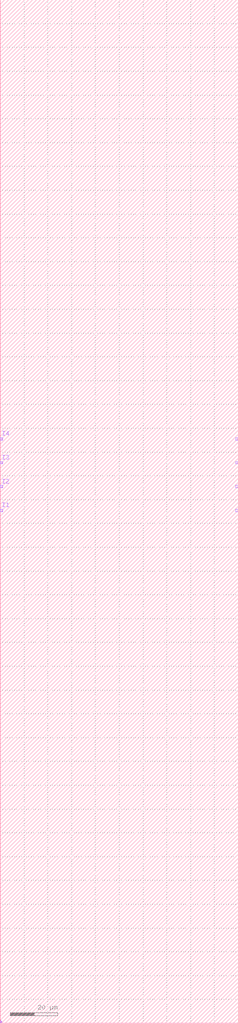
<source format=lef>
VERSION 5.6 ;
BUSBITCHARS "[]" ;
DIVIDERCHAR "/" ;

MACRO HM_100x400_4x4
  CLASS BLOCK ;
  FOREIGN HM_100x400_4x4 0 0 ;
  ORIGIN 0 0 ;
  SYMMETRY X Y ;
  SIZE 100 BY 430 ;
  PIN I1
    DIRECTION INPUT ;
    PORT
      LAYER metal1 ;
        RECT 0 215 1 216  ;
    END
  END I1
  PIN I2
    DIRECTION INPUT ;
    PORT
      LAYER metal1 ;
        RECT 0 225 1 226  ;
    END
  END I2 
  PIN I3
    DIRECTION INPUT ;
    PORT
      LAYER metal1 ;
        RECT 0 235 1 236  ;
    END
  END I3 
  PIN I4
    DIRECTION INPUT ;
    PORT
      LAYER metal1 ;
        RECT 0 245 1 246  ;
    END
  END I4 
  PIN O1 
    DIRECTION OUTPUT ;
    PORT
      LAYER metal1 ;
        RECT 99 215 100 216  ;
    END
  END O1 
  PIN O2 
    DIRECTION OUTPUT ;
    PORT
      LAYER metal1 ;
        RECT 99 225 100 226  ;
    END
  END O2 
  PIN O3 
    DIRECTION OUTPUT ;
    PORT
      LAYER metal1 ;
        RECT 99 235 100 236  ;
    END
  END O3 
  PIN O4 
    DIRECTION OUTPUT ;
    PORT
      LAYER metal1 ;
        RECT 99 245 100 246  ;
    END
  END O4
  OBS
      LAYER metal1 ;
        POLYGON 0.235 0.84 0.47 0.84 0.47 0.46 0.045 0.46 0.045 0.19 0.115 0.19 0.115 0.39 0.54 0.39 0.54 0.91 0.305 0.91 0.305 1.25 0.235 1.25  ;
  END
END HM_100x400_4x4 

MACRO HM_100x100_1x1
  CLASS BLOCK ;
  FOREIGN HM_100x100_1x1 0 0 ;
  ORIGIN 0 0 ;
  SYMMETRY X Y ;
  SIZE 100 BY 100 ;
  PIN I1
    DIRECTION INPUT ;
    PORT
      LAYER metal1 ;
        RECT 0 50 1 51  ;
    END
  END I1
  PIN O1 
    DIRECTION OUTPUT ;
    PORT
      LAYER metal1 ;
        RECT 99 50 100 51  ;
    END
  END O1 
  OBS
      LAYER metal1 ;
        POLYGON 0.235 0.84 0.47 0.84 0.47 0.46 0.045 0.46 0.045 0.19 0.115 0.19 0.115 0.39 0.54 0.39 0.54 0.91 0.305 0.91 0.305 1.25 0.235 1.25  ;
  END
END HM_100x100_1x1 

SITE SingleHeightSite
  SYMMETRY y ;
  CLASS core ;
  SIZE 0.19 BY 1.4 ;
END SingleHeightSite

SITE DoubleHeightSite
  SYMMETRY y ;
  CLASS core ;
  SIZE 0.19 BY 2.8 ;
END DoubleHeightSite


MACRO MOCK_DOUBLE
  CLASS CORE ;
  ORIGIN 0 0 ;
  FOREIGN AND2_X1 0 0 ;
  SIZE 0.76 BY 2.8 ;
  SYMMETRY X Y ;
  SITE DoubleHeightSite ;
  PIN A1 
  END A1
  PIN A2 
  END A2
  PIN ZN 
  END ZN
  PIN VDD 
  END VDD
  PIN VSS 
  END VSS
END MOCK_DOUBLE

MACRO MOCK_SINGLE
  CLASS CORE ;
  ORIGIN 0 0 ;
  FOREIGN AND2_X1 0 0 ;
  SIZE 0.76 BY 1.4 ;
  SYMMETRY X Y ;
  SITE SingleHeightSite ;
  PIN A1 
  END A1
  PIN A2 
  END A2
  PIN ZN 
  END ZN
  PIN VDD 
  END VDD
  PIN VSS 
  END VSS
END MOCK_SINGLE

</source>
